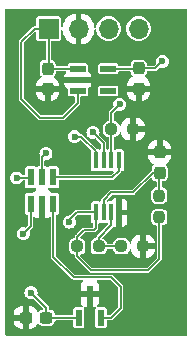
<source format=gbr>
%TF.GenerationSoftware,KiCad,Pcbnew,8.0.1*%
%TF.CreationDate,2025-01-22T19:33:39-07:00*%
%TF.ProjectId,TempSensor,54656d70-5365-46e7-936f-722e6b696361,rev?*%
%TF.SameCoordinates,Original*%
%TF.FileFunction,Copper,L1,Top*%
%TF.FilePolarity,Positive*%
%FSLAX46Y46*%
G04 Gerber Fmt 4.6, Leading zero omitted, Abs format (unit mm)*
G04 Created by KiCad (PCBNEW 8.0.1) date 2025-01-22 19:33:39*
%MOMM*%
%LPD*%
G01*
G04 APERTURE LIST*
G04 Aperture macros list*
%AMRoundRect*
0 Rectangle with rounded corners*
0 $1 Rounding radius*
0 $2 $3 $4 $5 $6 $7 $8 $9 X,Y pos of 4 corners*
0 Add a 4 corners polygon primitive as box body*
4,1,4,$2,$3,$4,$5,$6,$7,$8,$9,$2,$3,0*
0 Add four circle primitives for the rounded corners*
1,1,$1+$1,$2,$3*
1,1,$1+$1,$4,$5*
1,1,$1+$1,$6,$7*
1,1,$1+$1,$8,$9*
0 Add four rect primitives between the rounded corners*
20,1,$1+$1,$2,$3,$4,$5,0*
20,1,$1+$1,$4,$5,$6,$7,0*
20,1,$1+$1,$6,$7,$8,$9,0*
20,1,$1+$1,$8,$9,$2,$3,0*%
G04 Aperture macros list end*
%TA.AperFunction,SMDPad,CuDef*%
%ADD10R,0.558800X1.473200*%
%TD*%
%TA.AperFunction,SMDPad,CuDef*%
%ADD11RoundRect,0.237500X-0.237500X0.300000X-0.237500X-0.300000X0.237500X-0.300000X0.237500X0.300000X0*%
%TD*%
%TA.AperFunction,SMDPad,CuDef*%
%ADD12RoundRect,0.237500X-0.237500X0.250000X-0.237500X-0.250000X0.237500X-0.250000X0.237500X0.250000X0*%
%TD*%
%TA.AperFunction,ComponentPad*%
%ADD13R,1.700000X1.700000*%
%TD*%
%TA.AperFunction,ComponentPad*%
%ADD14O,1.700000X1.700000*%
%TD*%
%TA.AperFunction,SMDPad,CuDef*%
%ADD15R,1.320800X0.508000*%
%TD*%
%TA.AperFunction,SMDPad,CuDef*%
%ADD16RoundRect,0.237500X0.250000X0.237500X-0.250000X0.237500X-0.250000X-0.237500X0.250000X-0.237500X0*%
%TD*%
%TA.AperFunction,SMDPad,CuDef*%
%ADD17RoundRect,0.237500X0.237500X-0.300000X0.237500X0.300000X-0.237500X0.300000X-0.237500X-0.300000X0*%
%TD*%
%TA.AperFunction,SMDPad,CuDef*%
%ADD18RoundRect,0.237500X0.300000X0.237500X-0.300000X0.237500X-0.300000X-0.237500X0.300000X-0.237500X0*%
%TD*%
%TA.AperFunction,SMDPad,CuDef*%
%ADD19R,0.558800X1.320800*%
%TD*%
%TA.AperFunction,SMDPad,CuDef*%
%ADD20R,0.450000X1.450000*%
%TD*%
%TA.AperFunction,ViaPad*%
%ADD21C,0.600000*%
%TD*%
%TA.AperFunction,Conductor*%
%ADD22C,0.152400*%
%TD*%
%TA.AperFunction,Conductor*%
%ADD23C,0.200000*%
%TD*%
G04 APERTURE END LIST*
D10*
%TO.P,U3,1,B2*%
%TO.N,VDD_3.3V*%
X172589998Y-78480000D03*
%TO.P,U3,2,GND*%
%TO.N,GND*%
X173539999Y-78480000D03*
%TO.P,U3,3,B1*%
%TO.N,TEMP_OUT*%
X174490000Y-78480000D03*
%TO.P,U3,4,A*%
%TO.N,Net-(U3-A)*%
X174490000Y-76244800D03*
%TO.P,U3,5,VCC*%
%TO.N,VDD_3.3V*%
X173539999Y-76244800D03*
%TO.P,U3,6,S*%
%TO.N,SQ_Pulse*%
X172589998Y-76244800D03*
%TD*%
D11*
%TO.P,C1,1*%
%TO.N,VCC*%
X174020000Y-67040001D03*
%TO.P,C1,2*%
%TO.N,GND*%
X174020000Y-68765001D03*
%TD*%
D12*
%TO.P,R2,1*%
%TO.N,Net-(U4A--)*%
X183460000Y-77790000D03*
%TO.P,R2,2*%
%TO.N,SQ_Pulse*%
X183460000Y-79615000D03*
%TD*%
D13*
%TO.P,J2,1,Pin_1*%
%TO.N,VCC*%
X174090000Y-63660000D03*
D14*
%TO.P,J2,2,Pin_2*%
%TO.N,GND*%
X176630000Y-63660000D03*
%TO.P,J2,3,Pin_3*%
%TO.N,LED1*%
X179170000Y-63660000D03*
%TO.P,J2,4,Pin_4*%
%TO.N,LED2*%
X181710000Y-63660000D03*
%TD*%
D15*
%TO.P,U2,1,VIN*%
%TO.N,VCC*%
X176560000Y-67040000D03*
%TO.P,U2,2,GND*%
%TO.N,GND*%
X176560000Y-67990001D03*
%TO.P,U2,3,EN*%
%TO.N,VCC*%
X176560000Y-68940002D03*
%TO.P,U2,4,NC*%
%TO.N,unconnected-(U2-NC-Pad4)*%
X179150800Y-68940002D03*
%TO.P,U2,5,VOUT*%
%TO.N,VDD_3.3V*%
X179150800Y-67040000D03*
%TD*%
D16*
%TO.P,R3,1*%
%TO.N,Net-(U4A-+)*%
X178335000Y-82090000D03*
%TO.P,R3,2*%
%TO.N,SQ_Pulse*%
X176510000Y-82090000D03*
%TD*%
%TO.P,R4,1*%
%TO.N,GND*%
X182085000Y-82080000D03*
%TO.P,R4,2*%
%TO.N,Net-(U4A-+)*%
X180260000Y-82080000D03*
%TD*%
D17*
%TO.P,C3,1*%
%TO.N,Net-(U4A--)*%
X183500000Y-75845000D03*
%TO.P,C3,2*%
%TO.N,GND*%
X183500000Y-74120000D03*
%TD*%
D11*
%TO.P,C2,1*%
%TO.N,VDD_3.3V*%
X181720000Y-67030001D03*
%TO.P,C2,2*%
%TO.N,GND*%
X181720000Y-68755001D03*
%TD*%
D18*
%TO.P,C4,1*%
%TO.N,VDD_3.3V*%
X173900000Y-88130000D03*
%TO.P,C4,2*%
%TO.N,GND*%
X172175000Y-88130000D03*
%TD*%
D19*
%TO.P,U1,1,VDD*%
%TO.N,VDD_3.3V*%
X176630040Y-88122000D03*
%TO.P,U1,2,VOUT*%
%TO.N,TEMP_OUT*%
X178529960Y-88122000D03*
%TO.P,U1,3,GND*%
%TO.N,GND*%
X177580000Y-86090000D03*
%TD*%
D16*
%TO.P,R1,1*%
%TO.N,GND*%
X181245000Y-72160000D03*
%TO.P,R1,2*%
%TO.N,LED2*%
X179420000Y-72160000D03*
%TD*%
D20*
%TO.P,U4,1*%
%TO.N,SQ_Pulse*%
X178100000Y-79210000D03*
%TO.P,U4,2,-*%
%TO.N,Net-(U4A--)*%
X178750000Y-79210000D03*
%TO.P,U4,3,+*%
%TO.N,Net-(U4A-+)*%
X179400000Y-79210000D03*
%TO.P,U4,4,V-*%
%TO.N,GND*%
X180050000Y-79210000D03*
%TO.P,U4,5,+*%
%TO.N,Net-(U3-A)*%
X180050000Y-74810000D03*
%TO.P,U4,6,-*%
%TO.N,LED2*%
X179400000Y-74810000D03*
%TO.P,U4,7*%
%TO.N,LED1*%
X178750000Y-74810000D03*
%TO.P,U4,8,V+*%
%TO.N,VDD_3.3V*%
X178100000Y-74810000D03*
%TD*%
D21*
%TO.N,VDD_3.3V*%
X183730000Y-66420000D03*
X172610000Y-86000000D03*
X176300000Y-72800000D03*
X173870000Y-74210000D03*
X171960000Y-81020000D03*
%TO.N,SQ_Pulse*%
X171400000Y-76290000D03*
X175850000Y-80030000D03*
%TO.N,LED1*%
X177850000Y-72430000D03*
%TO.N,LED2*%
X180120000Y-70070000D03*
%TD*%
D22*
%TO.N,GND*%
X173539999Y-84709999D02*
X174920000Y-86090000D01*
X174920000Y-86090000D02*
X177580000Y-86090000D01*
X173539999Y-78480000D02*
X173539999Y-84709999D01*
%TO.N,VDD_3.3V*%
X178100000Y-74040000D02*
X178100000Y-74810000D01*
D23*
X173908000Y-88122000D02*
X173900000Y-88130000D01*
D22*
X172589998Y-80390002D02*
X171960000Y-81020000D01*
X173539999Y-76244800D02*
X173539999Y-74540001D01*
D23*
X173900000Y-88130000D02*
X173900000Y-87290000D01*
D22*
X179150800Y-67040000D02*
X181710001Y-67040000D01*
X172589998Y-78480000D02*
X172589998Y-80390002D01*
X181710001Y-67040000D02*
X181720000Y-67030001D01*
X183119999Y-67030001D02*
X183730000Y-66420000D01*
D23*
X173900000Y-87290000D02*
X172610000Y-86000000D01*
D22*
X176860000Y-72800000D02*
X178100000Y-74040000D01*
D23*
X176630040Y-88122000D02*
X173908000Y-88122000D01*
D22*
X176300000Y-72800000D02*
X176860000Y-72800000D01*
X173539999Y-74540001D02*
X173870000Y-74210000D01*
X181720000Y-67030001D02*
X183119999Y-67030001D01*
%TO.N,Net-(U4A--)*%
X183460000Y-75885000D02*
X183500000Y-75845000D01*
X183460000Y-77790000D02*
X183460000Y-75885000D01*
X178750000Y-79210000D02*
X178750000Y-78150000D01*
X182925000Y-75845000D02*
X183500000Y-75845000D01*
X178750000Y-78150000D02*
X179390000Y-77510000D01*
X181260000Y-77510000D02*
X182925000Y-75845000D01*
X179390000Y-77510000D02*
X181260000Y-77510000D01*
%TO.N,SQ_Pulse*%
X177060000Y-80710000D02*
X177910000Y-80710000D01*
X176470000Y-79210000D02*
X175850000Y-79830000D01*
X177910000Y-80710000D02*
X178100000Y-80520000D01*
X172544798Y-76290000D02*
X172589998Y-76244800D01*
X178100000Y-80520000D02*
X178100000Y-79210000D01*
X183460000Y-83150000D02*
X182490000Y-84120000D01*
X176510000Y-82910000D02*
X176510000Y-82090000D01*
X176660000Y-79210000D02*
X178100000Y-79210000D01*
X171400000Y-76290000D02*
X172544798Y-76290000D01*
X176660000Y-79210000D02*
X176470000Y-79210000D01*
X176510000Y-81260000D02*
X177060000Y-80710000D01*
X176510000Y-82090000D02*
X176510000Y-81260000D01*
X182490000Y-84120000D02*
X177720000Y-84120000D01*
X183460000Y-79615000D02*
X183460000Y-83150000D01*
X177720000Y-84120000D02*
X176510000Y-82910000D01*
X175850000Y-79830000D02*
X175850000Y-80030000D01*
%TO.N,Net-(U4A-+)*%
X180250000Y-82090000D02*
X180260000Y-82080000D01*
X178335000Y-81345000D02*
X179400000Y-80280000D01*
X179400000Y-80280000D02*
X179400000Y-79210000D01*
X178335000Y-82090000D02*
X180250000Y-82090000D01*
X178335000Y-82090000D02*
X178335000Y-81345000D01*
%TO.N,TEMP_OUT*%
X179398000Y-88122000D02*
X180210000Y-87310000D01*
X180210000Y-85510000D02*
X179410000Y-84710000D01*
X179410000Y-84710000D02*
X176230000Y-84710000D01*
X178529960Y-88122000D02*
X178609960Y-88042000D01*
X180210000Y-87310000D02*
X180210000Y-85510000D01*
X176230000Y-84710000D02*
X174490000Y-82970000D01*
X178529960Y-88122000D02*
X179398000Y-88122000D01*
X174490000Y-82970000D02*
X174490000Y-78480000D01*
%TO.N,Net-(U3-A)*%
X180050000Y-75687400D02*
X180050000Y-74810000D01*
X179492600Y-76244800D02*
X180050000Y-75687400D01*
X174490000Y-76244800D02*
X179492600Y-76244800D01*
%TO.N,VCC*%
X174020000Y-67040001D02*
X176560000Y-67040000D01*
X174020000Y-66930000D02*
X174090000Y-66860000D01*
X171770000Y-64800000D02*
X172910000Y-63660000D01*
X173390000Y-71200000D02*
X171770000Y-69580000D01*
X176560000Y-69920000D02*
X175280000Y-71200000D01*
X172910000Y-63660000D02*
X174090000Y-63660000D01*
X176560000Y-68940002D02*
X176560000Y-69920000D01*
X174090000Y-66860000D02*
X174090000Y-63660000D01*
X171770000Y-69580000D02*
X171770000Y-64800000D01*
X174020000Y-67040001D02*
X174020000Y-66930000D01*
X175280000Y-71200000D02*
X173390000Y-71200000D01*
%TO.N,LED1*%
X178750000Y-73330000D02*
X177850000Y-72430000D01*
X178750000Y-74810000D02*
X178750000Y-73330000D01*
%TO.N,LED2*%
X179400000Y-74810000D02*
X179400000Y-72180000D01*
X179400000Y-72180000D02*
X179420000Y-72160000D01*
X179420000Y-70770000D02*
X180120000Y-70070000D01*
X179420000Y-72160000D02*
X179420000Y-70770000D01*
%TD*%
%TA.AperFunction,Conductor*%
%TO.N,GND*%
G36*
X185777638Y-61978093D02*
G01*
X185803358Y-62022642D01*
X185804500Y-62035700D01*
X185804500Y-89594300D01*
X185786907Y-89642638D01*
X185742358Y-89668358D01*
X185729300Y-89669500D01*
X170520700Y-89669500D01*
X170472362Y-89651907D01*
X170446642Y-89607358D01*
X170445500Y-89594300D01*
X170445500Y-88380000D01*
X171137501Y-88380000D01*
X171137501Y-88416641D01*
X171147820Y-88517655D01*
X171202048Y-88681305D01*
X171292552Y-88828034D01*
X171292555Y-88828038D01*
X171414461Y-88949944D01*
X171414465Y-88949947D01*
X171561195Y-89040451D01*
X171561194Y-89040451D01*
X171724847Y-89094679D01*
X171724849Y-89094680D01*
X171825858Y-89104999D01*
X171925000Y-89104999D01*
X171925000Y-88380000D01*
X171137501Y-88380000D01*
X170445500Y-88380000D01*
X170445500Y-87880000D01*
X171137500Y-87880000D01*
X171925000Y-87880000D01*
X171925000Y-87155000D01*
X171825859Y-87155000D01*
X171724844Y-87165320D01*
X171561194Y-87219548D01*
X171414465Y-87310052D01*
X171414461Y-87310055D01*
X171292555Y-87431961D01*
X171292552Y-87431965D01*
X171202048Y-87578694D01*
X171147820Y-87742347D01*
X171147819Y-87742349D01*
X171137500Y-87843359D01*
X171137500Y-87880000D01*
X170445500Y-87880000D01*
X170445500Y-86000000D01*
X172054750Y-86000000D01*
X172073670Y-86143709D01*
X172073671Y-86143711D01*
X172129139Y-86277626D01*
X172217378Y-86392621D01*
X172332373Y-86480860D01*
X172332374Y-86480860D01*
X172332375Y-86480861D01*
X172466291Y-86536330D01*
X172610000Y-86555250D01*
X172753709Y-86536330D01*
X172757405Y-86534798D01*
X172808794Y-86532549D01*
X172839364Y-86551097D01*
X173614393Y-87326126D01*
X173636133Y-87372746D01*
X173622819Y-87422433D01*
X173580682Y-87451938D01*
X173561219Y-87454500D01*
X173547235Y-87454500D01*
X173517657Y-87457274D01*
X173517653Y-87457274D01*
X173517651Y-87457275D01*
X173517648Y-87457275D01*
X173517648Y-87457276D01*
X173393027Y-87500882D01*
X173393024Y-87500884D01*
X173286789Y-87579289D01*
X173277041Y-87592497D01*
X173234181Y-87620940D01*
X173183064Y-87615179D01*
X173150793Y-87582090D01*
X173150252Y-87582425D01*
X173148759Y-87580004D01*
X173148382Y-87579618D01*
X173147952Y-87578697D01*
X173057447Y-87431965D01*
X173057444Y-87431961D01*
X172935538Y-87310055D01*
X172935534Y-87310052D01*
X172788804Y-87219548D01*
X172788805Y-87219548D01*
X172625152Y-87165320D01*
X172625150Y-87165319D01*
X172524141Y-87155000D01*
X172425000Y-87155000D01*
X172425000Y-89104999D01*
X172524141Y-89104999D01*
X172625155Y-89094679D01*
X172788805Y-89040451D01*
X172935534Y-88949947D01*
X172935538Y-88949944D01*
X173057444Y-88828038D01*
X173057447Y-88828034D01*
X173147948Y-88681309D01*
X173148379Y-88680386D01*
X173148742Y-88680022D01*
X173150252Y-88677575D01*
X173150831Y-88677932D01*
X173184749Y-88644009D01*
X173235992Y-88639520D01*
X173277042Y-88667504D01*
X173284474Y-88677575D01*
X173286789Y-88680711D01*
X173287600Y-88681309D01*
X173393024Y-88759115D01*
X173393027Y-88759117D01*
X173422942Y-88769584D01*
X173517651Y-88802725D01*
X173547235Y-88805499D01*
X173547238Y-88805500D01*
X173547244Y-88805500D01*
X174252762Y-88805500D01*
X174252763Y-88805499D01*
X174282349Y-88802725D01*
X174406975Y-88759116D01*
X174513211Y-88680711D01*
X174591616Y-88574475D01*
X174635225Y-88449849D01*
X174636636Y-88434800D01*
X174638165Y-88418504D01*
X174639033Y-88418585D01*
X174657812Y-88373699D01*
X174703524Y-88350109D01*
X174713075Y-88349500D01*
X176074940Y-88349500D01*
X176123278Y-88367093D01*
X176148998Y-88411642D01*
X176150140Y-88424700D01*
X176150140Y-88802148D01*
X176161772Y-88860629D01*
X176161773Y-88860631D01*
X176206088Y-88926952D01*
X176272409Y-88971267D01*
X176301650Y-88977083D01*
X176330891Y-88982900D01*
X176330892Y-88982900D01*
X176929189Y-88982900D01*
X176948682Y-88979022D01*
X176987671Y-88971267D01*
X177053992Y-88926952D01*
X177098307Y-88860631D01*
X177109940Y-88802148D01*
X177109940Y-87441852D01*
X177108956Y-87436907D01*
X177098307Y-87383370D01*
X177098306Y-87383368D01*
X177095588Y-87379300D01*
X177072129Y-87344192D01*
X177059903Y-87294228D01*
X177082654Y-87248093D01*
X177129737Y-87227375D01*
X177160936Y-87231955D01*
X177193222Y-87243997D01*
X177193225Y-87243998D01*
X177252768Y-87250399D01*
X177252780Y-87250400D01*
X177330000Y-87250400D01*
X177330000Y-86340000D01*
X176800600Y-86340000D01*
X176800600Y-86798231D01*
X176807001Y-86857774D01*
X176807002Y-86857777D01*
X176857248Y-86992490D01*
X176857249Y-86992492D01*
X176943409Y-87107587D01*
X176967604Y-87125700D01*
X176995756Y-87168752D01*
X176989648Y-87219828D01*
X176952138Y-87255029D01*
X176922537Y-87261100D01*
X176330891Y-87261100D01*
X176272410Y-87272732D01*
X176272408Y-87272733D01*
X176206088Y-87317048D01*
X176161773Y-87383368D01*
X176161772Y-87383370D01*
X176150140Y-87441851D01*
X176150140Y-87819300D01*
X176132547Y-87867638D01*
X176087998Y-87893358D01*
X176074940Y-87894500D01*
X174711613Y-87894500D01*
X174663275Y-87876907D01*
X174637555Y-87832358D01*
X174636742Y-87826323D01*
X174636016Y-87818586D01*
X174635225Y-87810151D01*
X174591616Y-87685525D01*
X174513211Y-87579289D01*
X174406975Y-87500884D01*
X174406972Y-87500882D01*
X174312266Y-87467743D01*
X174282349Y-87457275D01*
X174282344Y-87457274D01*
X174282342Y-87457274D01*
X174252764Y-87454500D01*
X174252756Y-87454500D01*
X174202700Y-87454500D01*
X174154362Y-87436907D01*
X174128642Y-87392358D01*
X174127500Y-87379300D01*
X174127500Y-87244748D01*
X174127500Y-87244747D01*
X174092865Y-87161132D01*
X174028868Y-87097135D01*
X173161097Y-86229364D01*
X173139357Y-86182744D01*
X173144798Y-86147406D01*
X173146330Y-86143709D01*
X173165250Y-86000000D01*
X173146330Y-85856291D01*
X173090861Y-85722375D01*
X173090860Y-85722374D01*
X173090860Y-85722373D01*
X173002621Y-85607378D01*
X172887626Y-85519139D01*
X172753711Y-85463671D01*
X172753709Y-85463670D01*
X172610000Y-85444750D01*
X172466291Y-85463670D01*
X172466288Y-85463670D01*
X172466288Y-85463671D01*
X172332373Y-85519139D01*
X172217378Y-85607378D01*
X172129139Y-85722373D01*
X172080418Y-85840000D01*
X172073670Y-85856291D01*
X172054750Y-86000000D01*
X170445500Y-86000000D01*
X170445500Y-76290000D01*
X170844750Y-76290000D01*
X170863670Y-76433709D01*
X170873819Y-76458211D01*
X170919139Y-76567626D01*
X171007378Y-76682621D01*
X171122373Y-76770860D01*
X171122374Y-76770860D01*
X171122375Y-76770861D01*
X171256291Y-76826330D01*
X171400000Y-76845250D01*
X171543709Y-76826330D01*
X171677625Y-76770861D01*
X171792621Y-76682621D01*
X171880861Y-76567625D01*
X171892253Y-76540122D01*
X171927005Y-76502197D01*
X171961729Y-76493700D01*
X172034898Y-76493700D01*
X172083236Y-76511293D01*
X172108956Y-76555842D01*
X172110098Y-76568900D01*
X172110098Y-77001148D01*
X172121730Y-77059629D01*
X172121731Y-77059631D01*
X172166046Y-77125952D01*
X172232367Y-77170267D01*
X172261608Y-77176083D01*
X172290849Y-77181900D01*
X172290850Y-77181900D01*
X172889147Y-77181900D01*
X172954893Y-77168822D01*
X172955579Y-77172273D01*
X172992625Y-77170619D01*
X173033467Y-77201893D01*
X173044650Y-77252102D01*
X173020944Y-77297753D01*
X173015150Y-77302561D01*
X172903409Y-77386210D01*
X172817245Y-77501310D01*
X172815918Y-77503742D01*
X172814473Y-77505013D01*
X172814022Y-77505617D01*
X172813895Y-77505522D01*
X172777310Y-77537734D01*
X172749918Y-77542900D01*
X172290849Y-77542900D01*
X172232368Y-77554532D01*
X172232366Y-77554533D01*
X172166046Y-77598848D01*
X172121731Y-77665168D01*
X172121730Y-77665170D01*
X172110098Y-77723651D01*
X172110098Y-79236348D01*
X172121730Y-79294829D01*
X172121731Y-79294831D01*
X172166046Y-79361152D01*
X172232367Y-79405467D01*
X172261608Y-79411283D01*
X172290849Y-79417100D01*
X172290850Y-79417100D01*
X172311098Y-79417100D01*
X172359436Y-79434693D01*
X172385156Y-79479242D01*
X172386298Y-79492300D01*
X172386298Y-80274477D01*
X172368705Y-80322815D01*
X172364272Y-80327652D01*
X172213163Y-80478760D01*
X172166543Y-80500499D01*
X172131213Y-80495062D01*
X172103710Y-80483670D01*
X171960000Y-80464750D01*
X171816291Y-80483670D01*
X171816288Y-80483670D01*
X171816288Y-80483671D01*
X171682373Y-80539139D01*
X171567378Y-80627378D01*
X171479139Y-80742373D01*
X171435063Y-80848785D01*
X171423670Y-80876291D01*
X171404750Y-81020000D01*
X171423670Y-81163709D01*
X171439918Y-81202936D01*
X171479139Y-81297626D01*
X171567378Y-81412621D01*
X171682373Y-81500860D01*
X171682374Y-81500860D01*
X171682375Y-81500861D01*
X171816291Y-81556330D01*
X171960000Y-81575250D01*
X172103709Y-81556330D01*
X172237625Y-81500861D01*
X172352621Y-81412621D01*
X172440861Y-81297625D01*
X172496330Y-81163709D01*
X172515250Y-81020000D01*
X172496330Y-80876291D01*
X172484937Y-80848785D01*
X172482694Y-80797394D01*
X172501237Y-80766836D01*
X172705383Y-80562691D01*
X172705385Y-80562691D01*
X172762687Y-80505389D01*
X172784516Y-80452689D01*
X172793699Y-80430520D01*
X172793699Y-80349483D01*
X172793699Y-80343428D01*
X172793698Y-80343414D01*
X172793698Y-79641890D01*
X172811291Y-79593552D01*
X172855840Y-79567832D01*
X172906498Y-79576765D01*
X172913964Y-79581690D01*
X173018506Y-79659950D01*
X173018508Y-79659951D01*
X173153221Y-79710197D01*
X173153224Y-79710198D01*
X173212767Y-79716599D01*
X173212779Y-79716600D01*
X173289999Y-79716600D01*
X173289999Y-78305200D01*
X173307592Y-78256862D01*
X173352141Y-78231142D01*
X173365199Y-78230000D01*
X173714799Y-78230000D01*
X173763137Y-78247593D01*
X173788857Y-78292142D01*
X173789999Y-78305200D01*
X173789999Y-79716600D01*
X173867219Y-79716600D01*
X173867230Y-79716599D01*
X173926773Y-79710198D01*
X173926776Y-79710197D01*
X174061489Y-79659951D01*
X174061491Y-79659950D01*
X174166034Y-79581690D01*
X174215273Y-79566806D01*
X174262560Y-79587055D01*
X174285768Y-79632962D01*
X174286300Y-79641890D01*
X174286300Y-83010519D01*
X174317311Y-83085387D01*
X174374613Y-83142689D01*
X174374614Y-83142689D01*
X174385190Y-83153265D01*
X176053018Y-84821093D01*
X176053031Y-84821108D01*
X176114611Y-84882688D01*
X176114613Y-84882689D01*
X176145624Y-84895534D01*
X176145629Y-84895535D01*
X176189482Y-84913701D01*
X176279271Y-84913701D01*
X176279279Y-84913700D01*
X176929484Y-84913700D01*
X176977822Y-84931293D01*
X177003542Y-84975842D01*
X176994609Y-85026500D01*
X176974550Y-85049101D01*
X176943408Y-85072413D01*
X176857249Y-85187507D01*
X176857248Y-85187509D01*
X176807002Y-85322222D01*
X176807001Y-85322225D01*
X176800600Y-85381768D01*
X176800600Y-85840000D01*
X178359400Y-85840000D01*
X178359400Y-85381780D01*
X178359399Y-85381768D01*
X178352998Y-85322225D01*
X178352997Y-85322222D01*
X178302751Y-85187509D01*
X178302750Y-85187507D01*
X178216591Y-85072413D01*
X178185450Y-85049101D01*
X178157297Y-85006048D01*
X178163404Y-84954972D01*
X178200914Y-84919772D01*
X178230516Y-84913700D01*
X179294477Y-84913700D01*
X179342815Y-84931293D01*
X179347651Y-84935726D01*
X179984274Y-85572349D01*
X180006014Y-85618969D01*
X180006300Y-85625523D01*
X180006300Y-87194476D01*
X179988707Y-87242814D01*
X179984274Y-87247650D01*
X179335651Y-87896274D01*
X179289031Y-87918014D01*
X179282477Y-87918300D01*
X179085060Y-87918300D01*
X179036722Y-87900707D01*
X179011002Y-87856158D01*
X179009860Y-87843100D01*
X179009860Y-87441851D01*
X178998227Y-87383370D01*
X178998226Y-87383368D01*
X178995508Y-87379300D01*
X178953912Y-87317048D01*
X178887591Y-87272733D01*
X178887589Y-87272732D01*
X178829109Y-87261100D01*
X178829108Y-87261100D01*
X178237463Y-87261100D01*
X178189125Y-87243507D01*
X178163405Y-87198958D01*
X178172338Y-87148300D01*
X178192396Y-87125700D01*
X178216590Y-87107587D01*
X178302750Y-86992492D01*
X178302751Y-86992490D01*
X178352997Y-86857777D01*
X178352998Y-86857774D01*
X178359399Y-86798231D01*
X178359400Y-86798220D01*
X178359400Y-86340000D01*
X177830000Y-86340000D01*
X177830000Y-87250400D01*
X177907220Y-87250400D01*
X177907231Y-87250399D01*
X177966774Y-87243998D01*
X177966781Y-87243996D01*
X177999062Y-87231956D01*
X178050501Y-87231547D01*
X178090167Y-87264298D01*
X178099502Y-87314884D01*
X178087870Y-87344193D01*
X178061693Y-87383369D01*
X178061692Y-87383370D01*
X178050060Y-87441851D01*
X178050060Y-88802148D01*
X178061692Y-88860629D01*
X178061693Y-88860631D01*
X178106008Y-88926952D01*
X178172329Y-88971267D01*
X178201570Y-88977083D01*
X178230811Y-88982900D01*
X178230812Y-88982900D01*
X178829109Y-88982900D01*
X178848602Y-88979022D01*
X178887591Y-88971267D01*
X178953912Y-88926952D01*
X178998227Y-88860631D01*
X179009860Y-88802148D01*
X179009860Y-88400900D01*
X179027453Y-88352562D01*
X179072002Y-88326842D01*
X179085060Y-88325700D01*
X179438517Y-88325700D01*
X179438519Y-88325700D01*
X179513387Y-88294689D01*
X179570689Y-88237387D01*
X179570689Y-88237385D01*
X180382689Y-87425387D01*
X180413700Y-87350519D01*
X180413700Y-87269482D01*
X180413700Y-85559279D01*
X180413701Y-85559270D01*
X180413701Y-85469480D01*
X180413700Y-85469479D01*
X180386790Y-85404515D01*
X180386789Y-85404513D01*
X180382689Y-85394614D01*
X180382689Y-85394613D01*
X180325387Y-85337311D01*
X180325386Y-85337310D01*
X180321100Y-85333024D01*
X180321093Y-85333018D01*
X179593266Y-84605191D01*
X179593265Y-84605189D01*
X179593265Y-84605190D01*
X179582689Y-84594613D01*
X179525387Y-84537311D01*
X179450519Y-84506300D01*
X179450518Y-84506300D01*
X176345523Y-84506300D01*
X176297185Y-84488707D01*
X176292349Y-84484274D01*
X174715726Y-82907651D01*
X174693986Y-82861031D01*
X174693700Y-82854477D01*
X174693700Y-80030000D01*
X175294750Y-80030000D01*
X175313670Y-80173709D01*
X175315071Y-80177092D01*
X175369139Y-80307626D01*
X175457378Y-80422621D01*
X175572373Y-80510860D01*
X175572374Y-80510860D01*
X175572375Y-80510861D01*
X175706291Y-80566330D01*
X175850000Y-80585250D01*
X175993709Y-80566330D01*
X176127625Y-80510861D01*
X176242621Y-80422621D01*
X176330861Y-80307625D01*
X176386330Y-80173709D01*
X176405250Y-80030000D01*
X176386330Y-79886291D01*
X176330861Y-79752375D01*
X176330860Y-79752374D01*
X176330860Y-79752373D01*
X176321009Y-79739535D01*
X176305540Y-79690476D01*
X176325224Y-79642952D01*
X176327467Y-79640607D01*
X176532351Y-79435725D01*
X176578971Y-79413986D01*
X176585525Y-79413700D01*
X176619481Y-79413700D01*
X177599300Y-79413700D01*
X177647638Y-79431293D01*
X177673358Y-79475842D01*
X177674500Y-79488900D01*
X177674500Y-79954748D01*
X177686132Y-80013229D01*
X177686133Y-80013231D01*
X177730448Y-80079552D01*
X177796769Y-80123867D01*
X177801651Y-80124838D01*
X177835771Y-80131625D01*
X177879747Y-80158311D01*
X177896300Y-80205380D01*
X177896300Y-80404477D01*
X177878707Y-80452815D01*
X177874274Y-80457651D01*
X177847651Y-80484274D01*
X177801031Y-80506014D01*
X177794477Y-80506300D01*
X177100518Y-80506300D01*
X177019481Y-80506300D01*
X176944613Y-80537311D01*
X176944612Y-80537312D01*
X176944607Y-80537315D01*
X176461924Y-81020000D01*
X176394614Y-81087310D01*
X176394613Y-81087311D01*
X176376925Y-81104999D01*
X176337313Y-81144610D01*
X176337312Y-81144612D01*
X176337311Y-81144613D01*
X176325838Y-81172312D01*
X176306300Y-81219482D01*
X176306300Y-81339300D01*
X176288707Y-81387638D01*
X176244158Y-81413358D01*
X176231100Y-81414500D01*
X176207235Y-81414500D01*
X176177657Y-81417274D01*
X176177653Y-81417274D01*
X176177651Y-81417275D01*
X176177648Y-81417275D01*
X176177648Y-81417276D01*
X176053027Y-81460882D01*
X176053024Y-81460884D01*
X175946789Y-81539289D01*
X175868384Y-81645524D01*
X175868382Y-81645527D01*
X175824776Y-81770148D01*
X175824774Y-81770157D01*
X175822000Y-81799735D01*
X175822000Y-82380264D01*
X175823837Y-82399849D01*
X175824775Y-82409849D01*
X175824776Y-82409851D01*
X175868382Y-82534472D01*
X175868384Y-82534475D01*
X175946789Y-82640711D01*
X176039477Y-82709117D01*
X176053024Y-82719115D01*
X176053027Y-82719117D01*
X176082942Y-82729584D01*
X176177651Y-82762725D01*
X176207235Y-82765499D01*
X176207238Y-82765500D01*
X176207244Y-82765500D01*
X176231100Y-82765500D01*
X176279438Y-82783093D01*
X176305158Y-82827642D01*
X176306300Y-82840700D01*
X176306300Y-82950519D01*
X176337311Y-83025387D01*
X176394613Y-83082689D01*
X176394614Y-83082689D01*
X176405190Y-83093265D01*
X176405191Y-83093266D01*
X177604607Y-84292684D01*
X177604609Y-84292685D01*
X177604613Y-84292689D01*
X177679481Y-84323700D01*
X177679482Y-84323700D01*
X182530517Y-84323700D01*
X182530519Y-84323700D01*
X182605387Y-84292689D01*
X182662689Y-84235387D01*
X182662689Y-84235385D01*
X183632689Y-83265387D01*
X183663700Y-83190519D01*
X183663700Y-83109481D01*
X183663700Y-80378200D01*
X183681293Y-80329862D01*
X183725842Y-80304142D01*
X183738900Y-80303000D01*
X183750262Y-80303000D01*
X183750263Y-80302999D01*
X183779849Y-80300225D01*
X183904475Y-80256616D01*
X184010711Y-80178211D01*
X184089116Y-80071975D01*
X184132725Y-79947349D01*
X184135499Y-79917763D01*
X184135500Y-79917762D01*
X184135500Y-79312238D01*
X184135499Y-79312235D01*
X184133867Y-79294829D01*
X184132725Y-79282651D01*
X184089116Y-79158025D01*
X184010711Y-79051789D01*
X183904475Y-78973384D01*
X183904472Y-78973382D01*
X183809766Y-78940243D01*
X183779849Y-78929775D01*
X183779844Y-78929774D01*
X183779842Y-78929774D01*
X183750264Y-78927000D01*
X183750256Y-78927000D01*
X183169744Y-78927000D01*
X183169735Y-78927000D01*
X183140157Y-78929774D01*
X183140153Y-78929774D01*
X183140151Y-78929775D01*
X183140148Y-78929775D01*
X183140148Y-78929776D01*
X183015527Y-78973382D01*
X183015524Y-78973384D01*
X182909289Y-79051789D01*
X182830884Y-79158024D01*
X182830882Y-79158027D01*
X182787276Y-79282648D01*
X182787274Y-79282657D01*
X182784500Y-79312235D01*
X182784500Y-79917764D01*
X182787274Y-79947342D01*
X182787275Y-79947349D01*
X182792932Y-79963515D01*
X182830882Y-80071972D01*
X182830884Y-80071975D01*
X182909289Y-80178211D01*
X183008955Y-80251767D01*
X183015524Y-80256615D01*
X183015527Y-80256617D01*
X183045442Y-80267084D01*
X183140151Y-80300225D01*
X183169735Y-80302999D01*
X183169738Y-80303000D01*
X183169744Y-80303000D01*
X183181100Y-80303000D01*
X183229438Y-80320593D01*
X183255158Y-80365142D01*
X183256300Y-80378200D01*
X183256300Y-83034476D01*
X183238707Y-83082814D01*
X183234274Y-83087650D01*
X182427651Y-83894274D01*
X182381031Y-83916014D01*
X182374477Y-83916300D01*
X177835524Y-83916300D01*
X177787186Y-83898707D01*
X177782350Y-83894274D01*
X176780333Y-82892257D01*
X176758593Y-82845637D01*
X176771907Y-82795950D01*
X176814044Y-82766445D01*
X176826474Y-82764213D01*
X176842349Y-82762725D01*
X176966975Y-82719116D01*
X177073211Y-82640711D01*
X177151616Y-82534475D01*
X177195225Y-82409849D01*
X177197999Y-82380263D01*
X177198000Y-82380262D01*
X177198000Y-81799738D01*
X177197999Y-81799735D01*
X177197061Y-81789735D01*
X177195225Y-81770151D01*
X177151616Y-81645525D01*
X177073211Y-81539289D01*
X176966975Y-81460884D01*
X176966972Y-81460882D01*
X176868972Y-81426591D01*
X176842349Y-81417275D01*
X176842344Y-81417274D01*
X176842342Y-81417274D01*
X176817341Y-81414929D01*
X176770858Y-81392898D01*
X176749411Y-81346143D01*
X176763035Y-81296540D01*
X176771178Y-81286896D01*
X177122351Y-80935724D01*
X177168970Y-80913986D01*
X177175524Y-80913700D01*
X177950517Y-80913700D01*
X177950519Y-80913700D01*
X178025387Y-80882689D01*
X178082689Y-80825387D01*
X178082689Y-80825386D01*
X178093265Y-80814810D01*
X178093266Y-80814808D01*
X178215385Y-80692689D01*
X178215387Y-80692689D01*
X178272689Y-80635387D01*
X178293456Y-80585250D01*
X178303701Y-80560518D01*
X178303701Y-80479481D01*
X178303701Y-80473426D01*
X178303700Y-80473412D01*
X178303700Y-80205380D01*
X178321293Y-80157042D01*
X178364229Y-80131625D01*
X178410329Y-80122455D01*
X178439671Y-80122455D01*
X178505251Y-80135500D01*
X178505252Y-80135500D01*
X178994749Y-80135500D01*
X179060329Y-80122455D01*
X179089669Y-80122455D01*
X179101651Y-80124838D01*
X179145628Y-80151522D01*
X179162164Y-80200231D01*
X179143522Y-80248174D01*
X179140156Y-80251767D01*
X178649551Y-80742373D01*
X178219614Y-81172310D01*
X178219613Y-81172311D01*
X178190963Y-81200961D01*
X178162313Y-81229610D01*
X178162312Y-81229612D01*
X178162311Y-81229613D01*
X178132147Y-81302437D01*
X178131300Y-81304482D01*
X178131300Y-81339300D01*
X178113707Y-81387638D01*
X178069158Y-81413358D01*
X178056100Y-81414500D01*
X178032235Y-81414500D01*
X178002657Y-81417274D01*
X178002653Y-81417274D01*
X178002651Y-81417275D01*
X178002648Y-81417275D01*
X178002648Y-81417276D01*
X177878027Y-81460882D01*
X177878024Y-81460884D01*
X177771789Y-81539289D01*
X177693384Y-81645524D01*
X177693382Y-81645527D01*
X177649776Y-81770148D01*
X177649774Y-81770157D01*
X177647000Y-81799735D01*
X177647000Y-82380264D01*
X177648837Y-82399849D01*
X177649775Y-82409849D01*
X177649776Y-82409851D01*
X177693382Y-82534472D01*
X177693384Y-82534475D01*
X177771789Y-82640711D01*
X177864477Y-82709117D01*
X177878024Y-82719115D01*
X177878027Y-82719117D01*
X177907942Y-82729584D01*
X178002651Y-82762725D01*
X178032235Y-82765499D01*
X178032238Y-82765500D01*
X178032244Y-82765500D01*
X178637762Y-82765500D01*
X178637763Y-82765499D01*
X178667349Y-82762725D01*
X178791975Y-82719116D01*
X178898211Y-82640711D01*
X178976616Y-82534475D01*
X179020225Y-82409849D01*
X179022999Y-82380263D01*
X179023000Y-82380262D01*
X179023000Y-82368900D01*
X179040593Y-82320562D01*
X179085142Y-82294842D01*
X179098200Y-82293700D01*
X179496800Y-82293700D01*
X179545138Y-82311293D01*
X179570858Y-82355842D01*
X179572000Y-82368900D01*
X179572000Y-82370264D01*
X179572938Y-82380262D01*
X179574775Y-82399849D01*
X179574776Y-82399851D01*
X179618382Y-82524472D01*
X179618384Y-82524475D01*
X179696789Y-82630711D01*
X179803024Y-82709115D01*
X179803027Y-82709117D01*
X179831600Y-82719115D01*
X179927651Y-82752725D01*
X179957235Y-82755499D01*
X179957238Y-82755500D01*
X179957244Y-82755500D01*
X180562762Y-82755500D01*
X180562763Y-82755499D01*
X180592349Y-82752725D01*
X180716975Y-82709116D01*
X180823211Y-82630711D01*
X180901616Y-82524475D01*
X180945225Y-82399849D01*
X180947062Y-82380256D01*
X180948060Y-82369621D01*
X180970089Y-82323138D01*
X181016845Y-82301690D01*
X181066448Y-82315313D01*
X181095689Y-82357634D01*
X181097742Y-82369001D01*
X181107820Y-82467655D01*
X181162048Y-82631305D01*
X181252552Y-82778034D01*
X181252555Y-82778038D01*
X181374461Y-82899944D01*
X181374465Y-82899947D01*
X181521195Y-82990451D01*
X181521194Y-82990451D01*
X181684847Y-83044679D01*
X181684849Y-83044680D01*
X181785858Y-83054999D01*
X181834999Y-83054998D01*
X181835000Y-83054998D01*
X181835000Y-82330000D01*
X182335000Y-82330000D01*
X182335000Y-83054999D01*
X182384141Y-83054999D01*
X182485155Y-83044679D01*
X182648805Y-82990451D01*
X182795534Y-82899947D01*
X182795538Y-82899944D01*
X182917444Y-82778038D01*
X182917447Y-82778034D01*
X183007951Y-82631305D01*
X183062179Y-82467652D01*
X183062180Y-82467650D01*
X183072500Y-82366640D01*
X183072500Y-82330000D01*
X182335000Y-82330000D01*
X181835000Y-82330000D01*
X181835000Y-81105000D01*
X182335000Y-81105000D01*
X182335000Y-81830000D01*
X183072499Y-81830000D01*
X183072499Y-81793358D01*
X183062179Y-81692344D01*
X183007951Y-81528694D01*
X182917447Y-81381965D01*
X182917444Y-81381961D01*
X182795538Y-81260055D01*
X182795534Y-81260052D01*
X182648804Y-81169548D01*
X182648805Y-81169548D01*
X182485152Y-81115320D01*
X182485150Y-81115319D01*
X182384141Y-81105000D01*
X182335000Y-81105000D01*
X181835000Y-81105000D01*
X181835000Y-81104999D01*
X181785859Y-81105000D01*
X181684844Y-81115320D01*
X181521194Y-81169548D01*
X181374465Y-81260052D01*
X181374461Y-81260055D01*
X181252555Y-81381961D01*
X181252552Y-81381965D01*
X181162048Y-81528694D01*
X181107820Y-81692347D01*
X181107819Y-81692348D01*
X181097741Y-81790994D01*
X181075325Y-81837293D01*
X181028393Y-81858351D01*
X180978905Y-81844316D01*
X180950017Y-81801754D01*
X180948058Y-81790371D01*
X180948000Y-81789752D01*
X180948000Y-81789744D01*
X180945225Y-81760151D01*
X180901616Y-81635525D01*
X180823211Y-81529289D01*
X180716975Y-81450884D01*
X180716972Y-81450882D01*
X180620924Y-81417274D01*
X180592349Y-81407275D01*
X180592344Y-81407274D01*
X180592342Y-81407274D01*
X180562764Y-81404500D01*
X180562756Y-81404500D01*
X179957244Y-81404500D01*
X179957235Y-81404500D01*
X179927657Y-81407274D01*
X179927653Y-81407274D01*
X179927651Y-81407275D01*
X179927648Y-81407275D01*
X179927648Y-81407276D01*
X179803027Y-81450882D01*
X179803024Y-81450884D01*
X179696789Y-81529289D01*
X179618384Y-81635524D01*
X179618382Y-81635527D01*
X179574776Y-81760148D01*
X179574774Y-81760157D01*
X179572000Y-81789735D01*
X179572000Y-81811100D01*
X179554407Y-81859438D01*
X179509858Y-81885158D01*
X179496800Y-81886300D01*
X179098200Y-81886300D01*
X179049862Y-81868707D01*
X179024142Y-81824158D01*
X179023000Y-81811100D01*
X179023000Y-81799738D01*
X179022999Y-81799735D01*
X179022061Y-81789735D01*
X179020225Y-81770151D01*
X178976616Y-81645525D01*
X178898211Y-81539289D01*
X178791975Y-81460884D01*
X178791972Y-81460882D01*
X178693974Y-81426591D01*
X178654159Y-81394020D01*
X178644597Y-81343476D01*
X178665635Y-81302439D01*
X179553699Y-80414377D01*
X179600319Y-80392637D01*
X179633153Y-80397092D01*
X179717622Y-80428597D01*
X179717625Y-80428598D01*
X179777168Y-80434999D01*
X179777180Y-80435000D01*
X179825000Y-80435000D01*
X179825000Y-79963515D01*
X179825363Y-79956138D01*
X179825500Y-79954748D01*
X179825500Y-79435000D01*
X180275000Y-79435000D01*
X180275000Y-80435000D01*
X180322820Y-80435000D01*
X180322831Y-80434999D01*
X180382374Y-80428598D01*
X180382377Y-80428597D01*
X180517090Y-80378351D01*
X180517092Y-80378350D01*
X180632189Y-80292189D01*
X180718350Y-80177092D01*
X180718351Y-80177090D01*
X180768597Y-80042377D01*
X180768598Y-80042374D01*
X180774999Y-79982831D01*
X180775000Y-79982820D01*
X180775000Y-79435000D01*
X180275000Y-79435000D01*
X179825500Y-79435000D01*
X179825500Y-78465250D01*
X179825362Y-78463849D01*
X179825000Y-78456480D01*
X179825000Y-77985000D01*
X180275000Y-77985000D01*
X180275000Y-78985000D01*
X180775000Y-78985000D01*
X180775000Y-78437180D01*
X180774999Y-78437168D01*
X180768598Y-78377625D01*
X180768597Y-78377622D01*
X180718351Y-78242909D01*
X180718350Y-78242907D01*
X180632189Y-78127810D01*
X180517092Y-78041649D01*
X180517090Y-78041648D01*
X180382377Y-77991402D01*
X180382374Y-77991401D01*
X180322831Y-77985000D01*
X180275000Y-77985000D01*
X179825000Y-77985000D01*
X179777168Y-77985000D01*
X179717625Y-77991401D01*
X179717622Y-77991402D01*
X179582909Y-78041648D01*
X179582907Y-78041649D01*
X179467810Y-78127810D01*
X179381646Y-78242910D01*
X179380319Y-78245342D01*
X179378874Y-78246613D01*
X179378423Y-78247217D01*
X179378296Y-78247122D01*
X179341711Y-78279334D01*
X179314319Y-78284500D01*
X179155249Y-78284500D01*
X179089670Y-78297544D01*
X179060342Y-78297547D01*
X179056699Y-78296823D01*
X179012718Y-78270144D01*
X178996175Y-78221437D01*
X179014810Y-78173492D01*
X179018168Y-78169906D01*
X179452349Y-77735726D01*
X179498969Y-77713986D01*
X179505523Y-77713700D01*
X181300517Y-77713700D01*
X181300519Y-77713700D01*
X181375387Y-77682689D01*
X181432689Y-77625387D01*
X181432689Y-77625386D01*
X181443265Y-77614810D01*
X181443266Y-77614808D01*
X182743544Y-76314529D01*
X182790163Y-76292790D01*
X182839850Y-76306104D01*
X182867697Y-76342868D01*
X182870884Y-76351975D01*
X182949289Y-76458211D01*
X183055524Y-76536615D01*
X183055527Y-76536617D01*
X183065544Y-76540122D01*
X183180151Y-76580225D01*
X183188119Y-76580972D01*
X183234602Y-76602999D01*
X183256053Y-76649752D01*
X183256300Y-76655843D01*
X183256300Y-77026800D01*
X183238707Y-77075138D01*
X183194158Y-77100858D01*
X183181100Y-77102000D01*
X183169735Y-77102000D01*
X183140157Y-77104774D01*
X183140153Y-77104774D01*
X183140151Y-77104775D01*
X183140148Y-77104775D01*
X183140148Y-77104776D01*
X183015527Y-77148382D01*
X183015524Y-77148384D01*
X182909289Y-77226789D01*
X182830884Y-77333024D01*
X182830882Y-77333027D01*
X182787276Y-77457648D01*
X182787274Y-77457657D01*
X182784500Y-77487235D01*
X182784500Y-78092764D01*
X182786068Y-78109481D01*
X182787275Y-78122349D01*
X182787276Y-78122351D01*
X182830882Y-78246972D01*
X182830884Y-78246975D01*
X182909289Y-78353211D01*
X182981860Y-78406770D01*
X183015524Y-78431615D01*
X183015527Y-78431617D01*
X183045442Y-78442084D01*
X183140151Y-78475225D01*
X183169735Y-78477999D01*
X183169738Y-78478000D01*
X183169744Y-78478000D01*
X183750262Y-78478000D01*
X183750263Y-78477999D01*
X183779849Y-78475225D01*
X183904475Y-78431616D01*
X184010711Y-78353211D01*
X184089116Y-78246975D01*
X184132725Y-78122349D01*
X184135499Y-78092763D01*
X184135500Y-78092762D01*
X184135500Y-77487238D01*
X184135499Y-77487235D01*
X184132725Y-77457651D01*
X184090616Y-77337311D01*
X184089117Y-77333027D01*
X184089115Y-77333024D01*
X184069181Y-77306014D01*
X184010711Y-77226789D01*
X183904475Y-77148384D01*
X183904472Y-77148382D01*
X183809766Y-77115243D01*
X183779849Y-77104775D01*
X183779844Y-77104774D01*
X183779842Y-77104774D01*
X183750264Y-77102000D01*
X183750256Y-77102000D01*
X183738900Y-77102000D01*
X183690562Y-77084407D01*
X183664842Y-77039858D01*
X183663700Y-77026800D01*
X183663700Y-76658200D01*
X183681293Y-76609862D01*
X183725842Y-76584142D01*
X183738900Y-76583000D01*
X183790262Y-76583000D01*
X183790263Y-76582999D01*
X183819849Y-76580225D01*
X183944475Y-76536616D01*
X184050711Y-76458211D01*
X184129116Y-76351975D01*
X184172725Y-76227349D01*
X184175499Y-76197763D01*
X184175500Y-76197762D01*
X184175500Y-75492238D01*
X184175499Y-75492235D01*
X184175144Y-75488451D01*
X184172725Y-75462651D01*
X184129116Y-75338025D01*
X184050711Y-75231789D01*
X184037503Y-75222041D01*
X184009060Y-75179182D01*
X184014820Y-75128066D01*
X184047909Y-75095794D01*
X184047575Y-75095252D01*
X184049997Y-75093757D01*
X184050386Y-75093379D01*
X184051309Y-75092948D01*
X184198034Y-75002447D01*
X184198038Y-75002444D01*
X184319944Y-74880538D01*
X184319947Y-74880534D01*
X184410451Y-74733805D01*
X184464679Y-74570152D01*
X184464680Y-74570150D01*
X184475000Y-74469140D01*
X184475000Y-74370000D01*
X182525001Y-74370000D01*
X182525001Y-74469141D01*
X182535320Y-74570155D01*
X182589548Y-74733805D01*
X182680052Y-74880534D01*
X182680055Y-74880538D01*
X182801961Y-75002444D01*
X182801965Y-75002447D01*
X182948697Y-75092952D01*
X182949618Y-75093382D01*
X182949979Y-75093743D01*
X182952425Y-75095252D01*
X182952067Y-75095831D01*
X182985992Y-75129754D01*
X182990477Y-75180998D01*
X182962497Y-75222041D01*
X182949289Y-75231789D01*
X182870884Y-75338024D01*
X182870882Y-75338027D01*
X182827276Y-75462648D01*
X182827274Y-75462657D01*
X182824500Y-75492235D01*
X182824500Y-75626275D01*
X182806907Y-75674613D01*
X182802475Y-75679449D01*
X182752311Y-75729613D01*
X182752310Y-75729614D01*
X181970632Y-76511293D01*
X181197651Y-77284274D01*
X181151031Y-77306014D01*
X181144477Y-77306300D01*
X179439279Y-77306300D01*
X179439271Y-77306299D01*
X179430519Y-77306299D01*
X179349482Y-77306299D01*
X179305624Y-77324465D01*
X179274613Y-77337310D01*
X179245962Y-77365961D01*
X179217311Y-77394613D01*
X179217310Y-77394614D01*
X178634614Y-77977310D01*
X178634613Y-77977311D01*
X178605963Y-78005961D01*
X178577313Y-78034610D01*
X178577312Y-78034612D01*
X178577311Y-78034613D01*
X178546300Y-78109481D01*
X178546300Y-78109482D01*
X178546300Y-78214619D01*
X178528707Y-78262957D01*
X178485771Y-78288374D01*
X178439671Y-78297544D01*
X178410330Y-78297544D01*
X178344750Y-78284500D01*
X178344748Y-78284500D01*
X177855252Y-78284500D01*
X177855251Y-78284500D01*
X177796770Y-78296132D01*
X177796768Y-78296133D01*
X177730448Y-78340448D01*
X177686133Y-78406768D01*
X177686132Y-78406770D01*
X177674500Y-78465251D01*
X177674500Y-78931100D01*
X177656907Y-78979438D01*
X177612358Y-79005158D01*
X177599300Y-79006300D01*
X176700519Y-79006300D01*
X176510518Y-79006300D01*
X176429481Y-79006300D01*
X176354613Y-79037311D01*
X176354612Y-79037312D01*
X176354607Y-79037315D01*
X175935581Y-79456341D01*
X175888961Y-79478081D01*
X175872593Y-79477724D01*
X175850001Y-79474750D01*
X175850000Y-79474750D01*
X175706291Y-79493670D01*
X175706288Y-79493670D01*
X175706288Y-79493671D01*
X175572373Y-79549139D01*
X175457378Y-79637378D01*
X175369139Y-79752373D01*
X175313671Y-79886288D01*
X175313670Y-79886291D01*
X175294750Y-80030000D01*
X174693700Y-80030000D01*
X174693700Y-79492300D01*
X174711293Y-79443962D01*
X174755842Y-79418242D01*
X174768900Y-79417100D01*
X174789149Y-79417100D01*
X174808642Y-79413222D01*
X174847631Y-79405467D01*
X174913952Y-79361152D01*
X174958267Y-79294831D01*
X174969900Y-79236348D01*
X174969900Y-77723652D01*
X174967920Y-77713700D01*
X174961752Y-77682689D01*
X174958267Y-77665169D01*
X174913952Y-77598848D01*
X174847631Y-77554533D01*
X174847629Y-77554532D01*
X174789149Y-77542900D01*
X174789148Y-77542900D01*
X174330080Y-77542900D01*
X174281742Y-77525307D01*
X174264080Y-77503742D01*
X174262752Y-77501310D01*
X174176588Y-77386210D01*
X174064847Y-77302561D01*
X174036694Y-77259509D01*
X174042802Y-77208433D01*
X174080311Y-77173232D01*
X174124718Y-77170764D01*
X174125105Y-77168822D01*
X174190851Y-77181900D01*
X174190852Y-77181900D01*
X174789149Y-77181900D01*
X174808642Y-77178022D01*
X174847631Y-77170267D01*
X174913952Y-77125952D01*
X174958267Y-77059631D01*
X174969900Y-77001148D01*
X174969900Y-76523700D01*
X174987493Y-76475362D01*
X175032042Y-76449642D01*
X175045100Y-76448500D01*
X179533117Y-76448500D01*
X179533119Y-76448500D01*
X179607987Y-76417489D01*
X179665289Y-76360187D01*
X179665289Y-76360186D01*
X179675865Y-76349610D01*
X179675866Y-76349608D01*
X180165385Y-75860089D01*
X180165387Y-75860089D01*
X180222689Y-75802787D01*
X180231432Y-75781678D01*
X180266183Y-75743754D01*
X180291145Y-75736330D01*
X180291124Y-75736221D01*
X180292305Y-75735985D01*
X180293543Y-75735618D01*
X180294735Y-75735500D01*
X180294748Y-75735500D01*
X180353231Y-75723867D01*
X180419552Y-75679552D01*
X180463867Y-75613231D01*
X180475500Y-75554748D01*
X180475500Y-74065252D01*
X180463867Y-74006769D01*
X180419552Y-73940448D01*
X180353231Y-73896133D01*
X180353229Y-73896132D01*
X180294749Y-73884500D01*
X180294748Y-73884500D01*
X179805252Y-73884500D01*
X179805249Y-73884500D01*
X179739670Y-73897544D01*
X179710329Y-73897544D01*
X179664229Y-73888374D01*
X179633950Y-73870000D01*
X182525000Y-73870000D01*
X183250000Y-73870000D01*
X183250000Y-73082500D01*
X183750000Y-73082500D01*
X183750000Y-73870000D01*
X184474999Y-73870000D01*
X184474999Y-73770858D01*
X184464679Y-73669844D01*
X184410451Y-73506194D01*
X184319947Y-73359465D01*
X184319944Y-73359461D01*
X184198038Y-73237555D01*
X184198034Y-73237552D01*
X184051304Y-73147048D01*
X184051305Y-73147048D01*
X183887652Y-73092820D01*
X183887650Y-73092819D01*
X183786641Y-73082500D01*
X183750000Y-73082500D01*
X183250000Y-73082500D01*
X183249999Y-73082499D01*
X183213359Y-73082500D01*
X183112344Y-73092820D01*
X182948694Y-73147048D01*
X182801965Y-73237552D01*
X182801961Y-73237555D01*
X182680055Y-73359461D01*
X182680052Y-73359465D01*
X182589548Y-73506194D01*
X182535320Y-73669847D01*
X182535319Y-73669849D01*
X182525000Y-73770859D01*
X182525000Y-73870000D01*
X179633950Y-73870000D01*
X179620253Y-73861688D01*
X179603700Y-73814619D01*
X179603700Y-72910700D01*
X179621293Y-72862362D01*
X179665842Y-72836642D01*
X179678900Y-72835500D01*
X179722762Y-72835500D01*
X179722763Y-72835499D01*
X179752349Y-72832725D01*
X179876975Y-72789116D01*
X179983211Y-72710711D01*
X180061616Y-72604475D01*
X180105225Y-72479849D01*
X180106899Y-72461987D01*
X180108060Y-72449621D01*
X180130089Y-72403138D01*
X180176845Y-72381690D01*
X180226448Y-72395313D01*
X180255689Y-72437634D01*
X180257742Y-72449001D01*
X180267820Y-72547655D01*
X180322048Y-72711305D01*
X180412552Y-72858034D01*
X180412555Y-72858038D01*
X180534461Y-72979944D01*
X180534465Y-72979947D01*
X180681195Y-73070451D01*
X180681194Y-73070451D01*
X180844847Y-73124679D01*
X180844849Y-73124680D01*
X180945858Y-73134999D01*
X180994999Y-73134998D01*
X180995000Y-73134998D01*
X180995000Y-72410000D01*
X181495000Y-72410000D01*
X181495000Y-73134999D01*
X181544141Y-73134999D01*
X181645155Y-73124679D01*
X181808805Y-73070451D01*
X181955534Y-72979947D01*
X181955538Y-72979944D01*
X182077444Y-72858038D01*
X182077447Y-72858034D01*
X182167951Y-72711305D01*
X182222179Y-72547652D01*
X182222180Y-72547650D01*
X182232500Y-72446640D01*
X182232500Y-72410000D01*
X181495000Y-72410000D01*
X180995000Y-72410000D01*
X180995000Y-71185000D01*
X181495000Y-71185000D01*
X181495000Y-71910000D01*
X182232499Y-71910000D01*
X182232499Y-71873358D01*
X182222179Y-71772344D01*
X182167951Y-71608694D01*
X182077447Y-71461965D01*
X182077444Y-71461961D01*
X181955538Y-71340055D01*
X181955534Y-71340052D01*
X181808804Y-71249548D01*
X181808805Y-71249548D01*
X181645152Y-71195320D01*
X181645150Y-71195319D01*
X181544141Y-71185000D01*
X181495000Y-71185000D01*
X180995000Y-71185000D01*
X180995000Y-71184999D01*
X180945859Y-71185000D01*
X180844844Y-71195320D01*
X180681194Y-71249548D01*
X180534465Y-71340052D01*
X180534461Y-71340055D01*
X180412555Y-71461961D01*
X180412552Y-71461965D01*
X180322048Y-71608694D01*
X180267820Y-71772347D01*
X180267819Y-71772348D01*
X180257741Y-71870994D01*
X180235325Y-71917293D01*
X180188393Y-71938351D01*
X180138905Y-71924316D01*
X180110017Y-71881754D01*
X180108058Y-71870371D01*
X180108000Y-71869752D01*
X180108000Y-71869744D01*
X180105225Y-71840151D01*
X180061616Y-71715525D01*
X179983211Y-71609289D01*
X179876975Y-71530884D01*
X179876972Y-71530882D01*
X179782266Y-71497743D01*
X179752349Y-71487275D01*
X179752344Y-71487274D01*
X179752342Y-71487274D01*
X179722764Y-71484500D01*
X179722756Y-71484500D01*
X179698900Y-71484500D01*
X179650562Y-71466907D01*
X179624842Y-71422358D01*
X179623700Y-71409300D01*
X179623700Y-70885523D01*
X179641293Y-70837185D01*
X179645714Y-70832360D01*
X179866836Y-70611238D01*
X179913455Y-70589499D01*
X179948784Y-70594936D01*
X179976291Y-70606330D01*
X180120000Y-70625250D01*
X180263709Y-70606330D01*
X180397625Y-70550861D01*
X180512621Y-70462621D01*
X180600861Y-70347625D01*
X180656330Y-70213709D01*
X180675250Y-70070000D01*
X180656330Y-69926291D01*
X180600861Y-69792375D01*
X180600860Y-69792374D01*
X180600860Y-69792373D01*
X180512621Y-69677378D01*
X180397626Y-69589139D01*
X180263711Y-69533671D01*
X180263709Y-69533670D01*
X180120000Y-69514750D01*
X179976291Y-69533670D01*
X179976288Y-69533670D01*
X179976288Y-69533671D01*
X179842373Y-69589139D01*
X179727378Y-69677378D01*
X179639139Y-69792373D01*
X179583671Y-69926288D01*
X179583670Y-69926291D01*
X179579164Y-69960517D01*
X179564750Y-70070000D01*
X179583670Y-70213710D01*
X179588449Y-70225248D01*
X179595062Y-70241212D01*
X179597305Y-70292602D01*
X179578761Y-70323163D01*
X179304614Y-70597310D01*
X179304613Y-70597311D01*
X179276675Y-70625249D01*
X179247313Y-70654610D01*
X179247312Y-70654612D01*
X179247311Y-70654613D01*
X179216300Y-70729481D01*
X179216300Y-70729482D01*
X179216300Y-71409300D01*
X179198707Y-71457638D01*
X179154158Y-71483358D01*
X179141100Y-71484500D01*
X179117235Y-71484500D01*
X179087657Y-71487274D01*
X179087653Y-71487274D01*
X179087651Y-71487275D01*
X179087648Y-71487275D01*
X179087648Y-71487276D01*
X178963027Y-71530882D01*
X178963024Y-71530884D01*
X178856789Y-71609289D01*
X178778384Y-71715524D01*
X178778382Y-71715527D01*
X178734776Y-71840148D01*
X178734774Y-71840157D01*
X178732000Y-71869735D01*
X178732000Y-72450264D01*
X178734774Y-72479842D01*
X178734775Y-72479849D01*
X178734776Y-72479851D01*
X178778382Y-72604472D01*
X178778384Y-72604475D01*
X178856789Y-72710711D01*
X178963024Y-72789115D01*
X178963027Y-72789117D01*
X178992942Y-72799584D01*
X179087651Y-72832725D01*
X179117235Y-72835499D01*
X179117238Y-72835500D01*
X179117244Y-72835500D01*
X179121100Y-72835500D01*
X179169438Y-72853093D01*
X179195158Y-72897642D01*
X179196300Y-72910700D01*
X179196300Y-73814619D01*
X179178707Y-73862957D01*
X179135771Y-73888374D01*
X179089671Y-73897544D01*
X179060329Y-73897544D01*
X179014229Y-73888374D01*
X178970253Y-73861688D01*
X178953700Y-73814619D01*
X178953700Y-73289482D01*
X178953700Y-73289481D01*
X178922689Y-73214613D01*
X178865387Y-73157311D01*
X178865386Y-73157310D01*
X178391238Y-72683163D01*
X178369499Y-72636544D01*
X178374938Y-72601211D01*
X178376972Y-72596300D01*
X178386330Y-72573709D01*
X178405250Y-72430000D01*
X178386330Y-72286291D01*
X178330861Y-72152375D01*
X178330860Y-72152374D01*
X178330860Y-72152373D01*
X178242621Y-72037378D01*
X178127626Y-71949139D01*
X177993711Y-71893671D01*
X177993709Y-71893670D01*
X177850000Y-71874750D01*
X177706291Y-71893670D01*
X177706288Y-71893670D01*
X177706288Y-71893671D01*
X177572373Y-71949139D01*
X177457378Y-72037378D01*
X177369139Y-72152373D01*
X177323039Y-72263671D01*
X177313670Y-72286291D01*
X177294750Y-72430000D01*
X177313670Y-72573709D01*
X177313671Y-72573711D01*
X177369139Y-72707626D01*
X177457378Y-72822621D01*
X177572373Y-72910860D01*
X177572374Y-72910860D01*
X177572375Y-72910861D01*
X177706291Y-72966330D01*
X177850000Y-72985250D01*
X177993709Y-72966330D01*
X178021211Y-72954937D01*
X178072602Y-72952693D01*
X178103164Y-72971239D01*
X178524274Y-73392349D01*
X178546014Y-73438969D01*
X178546300Y-73445523D01*
X178546300Y-73814619D01*
X178528707Y-73862957D01*
X178485771Y-73888374D01*
X178439671Y-73897544D01*
X178410330Y-73897544D01*
X178344750Y-73884500D01*
X178344748Y-73884500D01*
X178263723Y-73884500D01*
X178215385Y-73866907D01*
X178210549Y-73862474D01*
X177043266Y-72695191D01*
X177043265Y-72695189D01*
X177043265Y-72695190D01*
X177032689Y-72684613D01*
X176975387Y-72627311D01*
X176900519Y-72596300D01*
X176900518Y-72596300D01*
X176861729Y-72596300D01*
X176813391Y-72578707D01*
X176792253Y-72549878D01*
X176790278Y-72545110D01*
X176780861Y-72522375D01*
X176748231Y-72479851D01*
X176692621Y-72407378D01*
X176577626Y-72319139D01*
X176443711Y-72263671D01*
X176443709Y-72263670D01*
X176300000Y-72244750D01*
X176156291Y-72263670D01*
X176156288Y-72263670D01*
X176156288Y-72263671D01*
X176022373Y-72319139D01*
X175907378Y-72407378D01*
X175819139Y-72522373D01*
X175775673Y-72627312D01*
X175763670Y-72656291D01*
X175744750Y-72800000D01*
X175763670Y-72943709D01*
X175763671Y-72943711D01*
X175819139Y-73077626D01*
X175907378Y-73192621D01*
X176022373Y-73280860D01*
X176022374Y-73280860D01*
X176022375Y-73280861D01*
X176156291Y-73336330D01*
X176300000Y-73355250D01*
X176443709Y-73336330D01*
X176577625Y-73280861D01*
X176692621Y-73192621D01*
X176758483Y-73106787D01*
X176801866Y-73079149D01*
X176852866Y-73085863D01*
X176871317Y-73099392D01*
X177679568Y-73907643D01*
X177701308Y-73954263D01*
X177688923Y-74002592D01*
X177686135Y-74006764D01*
X177686132Y-74006770D01*
X177674500Y-74065251D01*
X177674500Y-75554748D01*
X177686132Y-75613229D01*
X177686133Y-75613231D01*
X177730448Y-75679552D01*
X177796769Y-75723867D01*
X177825656Y-75729613D01*
X177855251Y-75735500D01*
X177855252Y-75735500D01*
X178344749Y-75735500D01*
X178410329Y-75722455D01*
X178439671Y-75722455D01*
X178505251Y-75735500D01*
X178505252Y-75735500D01*
X178994749Y-75735500D01*
X179060329Y-75722455D01*
X179089671Y-75722455D01*
X179155251Y-75735500D01*
X179532275Y-75735500D01*
X179580613Y-75753093D01*
X179606333Y-75797642D01*
X179597400Y-75848300D01*
X179585450Y-75863874D01*
X179430251Y-76019074D01*
X179383630Y-76040814D01*
X179377076Y-76041100D01*
X175045100Y-76041100D01*
X174996762Y-76023507D01*
X174971042Y-75978958D01*
X174969900Y-75965900D01*
X174969900Y-75488451D01*
X174958267Y-75429970D01*
X174958266Y-75429968D01*
X174913952Y-75363648D01*
X174847631Y-75319333D01*
X174847629Y-75319332D01*
X174789149Y-75307700D01*
X174789148Y-75307700D01*
X174190852Y-75307700D01*
X174190851Y-75307700D01*
X174132370Y-75319332D01*
X174132368Y-75319333D01*
X174104396Y-75338024D01*
X174066048Y-75363648D01*
X174066047Y-75363649D01*
X174059891Y-75367763D01*
X174058680Y-75365951D01*
X174021541Y-75383263D01*
X173971856Y-75369941D01*
X173965953Y-75364986D01*
X173925602Y-75338024D01*
X173897630Y-75319333D01*
X173897628Y-75319332D01*
X173839148Y-75307700D01*
X173839147Y-75307700D01*
X173818899Y-75307700D01*
X173770561Y-75290107D01*
X173744841Y-75245558D01*
X173743699Y-75232500D01*
X173743699Y-74834371D01*
X173761292Y-74786033D01*
X173805841Y-74760313D01*
X173828712Y-74759814D01*
X173870000Y-74765250D01*
X174013709Y-74746330D01*
X174147625Y-74690861D01*
X174262621Y-74602621D01*
X174350861Y-74487625D01*
X174406330Y-74353709D01*
X174425250Y-74210000D01*
X174406330Y-74066291D01*
X174350861Y-73932375D01*
X174350860Y-73932374D01*
X174350860Y-73932373D01*
X174262621Y-73817378D01*
X174147626Y-73729139D01*
X174013711Y-73673671D01*
X174013709Y-73673670D01*
X173870000Y-73654750D01*
X173726291Y-73673670D01*
X173726288Y-73673670D01*
X173726288Y-73673671D01*
X173592373Y-73729139D01*
X173477378Y-73817378D01*
X173389139Y-73932373D01*
X173358324Y-74006769D01*
X173333670Y-74066291D01*
X173314750Y-74210000D01*
X173333670Y-74353709D01*
X173333671Y-74353711D01*
X173333671Y-74353713D01*
X173353254Y-74400993D01*
X173355497Y-74452384D01*
X173353255Y-74458545D01*
X173336299Y-74499483D01*
X173336299Y-75232500D01*
X173318706Y-75280838D01*
X173274157Y-75306558D01*
X173261099Y-75307700D01*
X173240850Y-75307700D01*
X173182369Y-75319332D01*
X173182367Y-75319333D01*
X173154395Y-75338024D01*
X173116047Y-75363648D01*
X173116046Y-75363649D01*
X173109890Y-75367763D01*
X173108679Y-75365951D01*
X173071540Y-75383263D01*
X173021855Y-75369941D01*
X173015952Y-75364986D01*
X172975601Y-75338024D01*
X172947629Y-75319333D01*
X172947627Y-75319332D01*
X172889147Y-75307700D01*
X172889146Y-75307700D01*
X172290850Y-75307700D01*
X172290849Y-75307700D01*
X172232368Y-75319332D01*
X172232366Y-75319333D01*
X172166046Y-75363648D01*
X172121731Y-75429968D01*
X172121730Y-75429970D01*
X172110098Y-75488451D01*
X172110098Y-76011100D01*
X172092505Y-76059438D01*
X172047956Y-76085158D01*
X172034898Y-76086300D01*
X171961729Y-76086300D01*
X171913391Y-76068707D01*
X171892253Y-76039878D01*
X171885472Y-76023507D01*
X171880861Y-76012375D01*
X171879883Y-76011100D01*
X171792621Y-75897378D01*
X171677626Y-75809139D01*
X171543711Y-75753671D01*
X171543709Y-75753670D01*
X171400000Y-75734750D01*
X171256291Y-75753670D01*
X171256288Y-75753670D01*
X171256288Y-75753671D01*
X171122373Y-75809139D01*
X171007378Y-75897378D01*
X170919139Y-76012373D01*
X170863671Y-76146288D01*
X170863670Y-76146291D01*
X170844750Y-76290000D01*
X170445500Y-76290000D01*
X170445500Y-69620519D01*
X171566300Y-69620519D01*
X171597311Y-69695387D01*
X171654613Y-69752689D01*
X171654614Y-69752689D01*
X171665190Y-69763265D01*
X173213018Y-71311093D01*
X173213031Y-71311108D01*
X173274610Y-71372687D01*
X173274613Y-71372689D01*
X173296538Y-71381771D01*
X173296539Y-71381771D01*
X173296541Y-71381772D01*
X173349481Y-71403701D01*
X173439271Y-71403701D01*
X173439279Y-71403700D01*
X175320517Y-71403700D01*
X175320519Y-71403700D01*
X175395387Y-71372689D01*
X175452689Y-71315387D01*
X175452689Y-71315385D01*
X176732689Y-70035387D01*
X176763700Y-69960519D01*
X176763700Y-69879482D01*
X176763700Y-69469702D01*
X176781293Y-69421364D01*
X176825842Y-69395644D01*
X176838900Y-69394502D01*
X177240149Y-69394502D01*
X177259642Y-69390624D01*
X177298631Y-69382869D01*
X177364952Y-69338554D01*
X177409267Y-69272233D01*
X177420900Y-69213750D01*
X178289900Y-69213750D01*
X178301532Y-69272231D01*
X178301533Y-69272233D01*
X178345848Y-69338554D01*
X178412169Y-69382869D01*
X178441410Y-69388685D01*
X178470651Y-69394502D01*
X178470652Y-69394502D01*
X179830949Y-69394502D01*
X179850442Y-69390624D01*
X179889431Y-69382869D01*
X179955752Y-69338554D01*
X180000067Y-69272233D01*
X180011700Y-69213750D01*
X180011700Y-69005001D01*
X180745001Y-69005001D01*
X180745001Y-69104142D01*
X180755320Y-69205156D01*
X180809548Y-69368806D01*
X180900052Y-69515535D01*
X180900055Y-69515539D01*
X181021961Y-69637445D01*
X181021965Y-69637448D01*
X181168695Y-69727952D01*
X181168694Y-69727952D01*
X181332347Y-69782180D01*
X181332349Y-69782181D01*
X181433358Y-69792500D01*
X181469999Y-69792499D01*
X181470000Y-69792499D01*
X181470000Y-69005001D01*
X181970000Y-69005001D01*
X181970000Y-69792500D01*
X182006641Y-69792500D01*
X182107655Y-69782180D01*
X182271305Y-69727952D01*
X182418034Y-69637448D01*
X182418038Y-69637445D01*
X182539944Y-69515539D01*
X182539947Y-69515535D01*
X182630451Y-69368806D01*
X182684679Y-69205153D01*
X182684680Y-69205151D01*
X182695000Y-69104141D01*
X182695000Y-69005001D01*
X181970000Y-69005001D01*
X181470000Y-69005001D01*
X180745001Y-69005001D01*
X180011700Y-69005001D01*
X180011700Y-68666254D01*
X180000067Y-68607771D01*
X179955752Y-68541450D01*
X179889431Y-68497135D01*
X179889429Y-68497134D01*
X179830949Y-68485502D01*
X179830948Y-68485502D01*
X178470652Y-68485502D01*
X178470651Y-68485502D01*
X178412170Y-68497134D01*
X178412168Y-68497135D01*
X178345848Y-68541450D01*
X178301533Y-68607770D01*
X178301532Y-68607772D01*
X178289900Y-68666253D01*
X178289900Y-69213750D01*
X177420900Y-69213750D01*
X177420900Y-68754681D01*
X177438493Y-68706343D01*
X177460065Y-68688677D01*
X177462493Y-68687351D01*
X177577589Y-68601190D01*
X177663750Y-68486093D01*
X177663751Y-68486091D01*
X177713997Y-68351378D01*
X177713998Y-68351375D01*
X177720399Y-68291832D01*
X177720400Y-68291821D01*
X177720400Y-68240001D01*
X175399600Y-68240001D01*
X175399600Y-68291832D01*
X175406001Y-68351375D01*
X175406002Y-68351378D01*
X175456248Y-68486091D01*
X175456249Y-68486093D01*
X175542410Y-68601190D01*
X175657506Y-68687351D01*
X175659935Y-68688677D01*
X175661206Y-68690121D01*
X175661817Y-68690578D01*
X175661721Y-68690705D01*
X175693931Y-68727282D01*
X175699100Y-68754681D01*
X175699100Y-69213750D01*
X175710732Y-69272231D01*
X175710733Y-69272233D01*
X175755048Y-69338554D01*
X175821369Y-69382869D01*
X175850610Y-69388685D01*
X175879851Y-69394502D01*
X175879852Y-69394502D01*
X176281100Y-69394502D01*
X176329438Y-69412095D01*
X176355158Y-69456644D01*
X176356300Y-69469702D01*
X176356300Y-69804476D01*
X176338707Y-69852814D01*
X176334274Y-69857650D01*
X175217651Y-70974274D01*
X175171031Y-70996014D01*
X175164477Y-70996300D01*
X173505523Y-70996300D01*
X173457185Y-70978707D01*
X173452349Y-70974274D01*
X171995726Y-69517651D01*
X171973986Y-69471031D01*
X171973700Y-69464477D01*
X171973700Y-69015001D01*
X173045001Y-69015001D01*
X173045001Y-69114142D01*
X173055320Y-69215156D01*
X173109548Y-69378806D01*
X173200052Y-69525535D01*
X173200055Y-69525539D01*
X173321961Y-69647445D01*
X173321965Y-69647448D01*
X173468695Y-69737952D01*
X173468694Y-69737952D01*
X173632347Y-69792180D01*
X173632349Y-69792181D01*
X173733358Y-69802500D01*
X173769999Y-69802499D01*
X173770000Y-69802499D01*
X173770000Y-69015001D01*
X174270000Y-69015001D01*
X174270000Y-69802500D01*
X174306641Y-69802500D01*
X174407655Y-69792180D01*
X174571305Y-69737952D01*
X174718034Y-69647448D01*
X174718038Y-69647445D01*
X174839944Y-69525539D01*
X174839947Y-69525535D01*
X174930451Y-69378806D01*
X174984679Y-69215153D01*
X174984680Y-69215151D01*
X174995000Y-69114141D01*
X174995000Y-69015001D01*
X174270000Y-69015001D01*
X173770000Y-69015001D01*
X173045001Y-69015001D01*
X171973700Y-69015001D01*
X171973700Y-64915523D01*
X171991293Y-64867185D01*
X171995726Y-64862349D01*
X172451666Y-64406409D01*
X172911127Y-63946948D01*
X172957746Y-63925209D01*
X173007433Y-63938523D01*
X173036938Y-63980660D01*
X173039500Y-64000123D01*
X173039500Y-64529748D01*
X173051132Y-64588229D01*
X173051133Y-64588231D01*
X173095448Y-64654552D01*
X173161769Y-64698867D01*
X173191010Y-64704683D01*
X173220251Y-64710500D01*
X173220252Y-64710500D01*
X173811100Y-64710500D01*
X173859438Y-64728093D01*
X173885158Y-64772642D01*
X173886300Y-64785700D01*
X173886300Y-66226801D01*
X173868707Y-66275139D01*
X173824158Y-66300859D01*
X173811100Y-66302001D01*
X173729735Y-66302001D01*
X173700157Y-66304775D01*
X173700153Y-66304775D01*
X173700151Y-66304776D01*
X173700148Y-66304776D01*
X173700148Y-66304777D01*
X173575527Y-66348383D01*
X173575524Y-66348385D01*
X173469289Y-66426790D01*
X173390884Y-66533025D01*
X173390882Y-66533028D01*
X173347276Y-66657649D01*
X173347274Y-66657658D01*
X173344500Y-66687236D01*
X173344500Y-67392765D01*
X173346337Y-67412350D01*
X173347275Y-67422350D01*
X173357743Y-67452267D01*
X173390882Y-67546973D01*
X173390884Y-67546976D01*
X173469289Y-67653212D01*
X173482494Y-67662958D01*
X173510939Y-67705817D01*
X173505180Y-67756933D01*
X173472090Y-67789208D01*
X173472424Y-67789749D01*
X173470011Y-67791237D01*
X173469624Y-67791615D01*
X173468700Y-67792045D01*
X173321965Y-67882553D01*
X173321961Y-67882556D01*
X173200055Y-68004462D01*
X173200052Y-68004466D01*
X173109548Y-68151195D01*
X173055320Y-68314848D01*
X173055319Y-68314850D01*
X173045000Y-68415860D01*
X173045000Y-68515001D01*
X174994999Y-68515001D01*
X174994999Y-68415859D01*
X174984679Y-68314845D01*
X174930451Y-68151195D01*
X174839947Y-68004466D01*
X174839944Y-68004462D01*
X174718038Y-67882556D01*
X174718034Y-67882553D01*
X174571298Y-67792045D01*
X174570375Y-67791615D01*
X174570012Y-67791252D01*
X174567575Y-67789749D01*
X174567931Y-67789171D01*
X174534004Y-67755240D01*
X174529524Y-67703995D01*
X174557503Y-67662959D01*
X174570711Y-67653212D01*
X174649116Y-67546976D01*
X174692725Y-67422350D01*
X174695499Y-67392764D01*
X174695500Y-67392763D01*
X174695500Y-67318900D01*
X174713093Y-67270562D01*
X174757642Y-67244842D01*
X174770700Y-67243700D01*
X175496960Y-67243700D01*
X175545298Y-67261293D01*
X175571018Y-67305842D01*
X175562085Y-67356500D01*
X175545917Y-67374713D01*
X175546213Y-67375009D01*
X175542412Y-67378809D01*
X175456249Y-67493908D01*
X175456248Y-67493910D01*
X175406002Y-67628623D01*
X175406001Y-67628626D01*
X175399600Y-67688169D01*
X175399600Y-67740001D01*
X177720400Y-67740001D01*
X177720400Y-67688181D01*
X177720399Y-67688169D01*
X177713998Y-67628626D01*
X177713997Y-67628623D01*
X177663751Y-67493910D01*
X177663750Y-67493908D01*
X177577589Y-67378811D01*
X177490676Y-67313748D01*
X178289900Y-67313748D01*
X178301532Y-67372229D01*
X178301533Y-67372231D01*
X178345848Y-67438552D01*
X178412169Y-67482867D01*
X178441410Y-67488683D01*
X178470651Y-67494500D01*
X178470652Y-67494500D01*
X179830949Y-67494500D01*
X179850442Y-67490622D01*
X179889431Y-67482867D01*
X179955752Y-67438552D01*
X180000067Y-67372231D01*
X180011700Y-67313748D01*
X180011700Y-67313733D01*
X180011917Y-67311537D01*
X180012297Y-67310742D01*
X180012421Y-67310124D01*
X180012579Y-67310155D01*
X180034159Y-67265154D01*
X180081012Y-67243920D01*
X180086756Y-67243700D01*
X180969300Y-67243700D01*
X181017638Y-67261293D01*
X181043358Y-67305842D01*
X181044500Y-67318900D01*
X181044500Y-67382765D01*
X181045438Y-67392763D01*
X181047275Y-67412350D01*
X181047276Y-67412352D01*
X181090882Y-67536973D01*
X181090884Y-67536976D01*
X181169289Y-67643212D01*
X181182494Y-67652958D01*
X181210939Y-67695817D01*
X181205180Y-67746933D01*
X181172090Y-67779208D01*
X181172424Y-67779749D01*
X181170011Y-67781237D01*
X181169624Y-67781615D01*
X181168700Y-67782045D01*
X181021965Y-67872553D01*
X181021961Y-67872556D01*
X180900055Y-67994462D01*
X180900052Y-67994466D01*
X180809548Y-68141195D01*
X180755320Y-68304848D01*
X180755319Y-68304850D01*
X180745000Y-68405860D01*
X180745000Y-68505001D01*
X182694999Y-68505001D01*
X182694999Y-68405859D01*
X182684679Y-68304845D01*
X182630451Y-68141195D01*
X182539947Y-67994466D01*
X182539944Y-67994462D01*
X182418038Y-67872556D01*
X182418034Y-67872553D01*
X182271298Y-67782045D01*
X182270375Y-67781615D01*
X182270012Y-67781252D01*
X182267575Y-67779749D01*
X182267931Y-67779171D01*
X182234004Y-67745240D01*
X182229524Y-67693995D01*
X182257503Y-67652959D01*
X182270711Y-67643212D01*
X182349116Y-67536976D01*
X182392725Y-67412350D01*
X182395499Y-67382764D01*
X182395500Y-67382763D01*
X182395500Y-67308901D01*
X182413093Y-67260563D01*
X182457642Y-67234843D01*
X182470700Y-67233701D01*
X183160516Y-67233701D01*
X183160518Y-67233701D01*
X183235386Y-67202690D01*
X183292688Y-67145388D01*
X183292688Y-67145387D01*
X183303264Y-67134811D01*
X183303265Y-67134809D01*
X183476835Y-66961238D01*
X183523454Y-66939499D01*
X183558785Y-66944937D01*
X183566621Y-66948182D01*
X183586291Y-66956330D01*
X183730000Y-66975250D01*
X183873709Y-66956330D01*
X184007625Y-66900861D01*
X184122621Y-66812621D01*
X184210861Y-66697625D01*
X184266330Y-66563709D01*
X184285250Y-66420000D01*
X184266330Y-66276291D01*
X184210861Y-66142375D01*
X184210860Y-66142374D01*
X184210860Y-66142373D01*
X184122621Y-66027378D01*
X184007626Y-65939139D01*
X183873711Y-65883671D01*
X183873709Y-65883670D01*
X183730000Y-65864750D01*
X183586291Y-65883670D01*
X183586288Y-65883670D01*
X183586288Y-65883671D01*
X183452373Y-65939139D01*
X183337378Y-66027378D01*
X183249139Y-66142373D01*
X183214169Y-66226801D01*
X183193670Y-66276291D01*
X183175173Y-66416790D01*
X183174750Y-66420000D01*
X183193670Y-66563710D01*
X183205062Y-66591213D01*
X183207304Y-66642604D01*
X183188760Y-66673163D01*
X183057650Y-66804275D01*
X183011030Y-66826015D01*
X183004475Y-66826301D01*
X182470700Y-66826301D01*
X182422362Y-66808708D01*
X182396642Y-66764159D01*
X182395500Y-66751101D01*
X182395500Y-66677239D01*
X182395499Y-66677236D01*
X182393663Y-66657658D01*
X182392725Y-66647652D01*
X182349116Y-66523026D01*
X182270711Y-66416790D01*
X182164475Y-66338385D01*
X182164472Y-66338383D01*
X182068424Y-66304775D01*
X182039849Y-66294776D01*
X182039844Y-66294775D01*
X182039842Y-66294775D01*
X182010264Y-66292001D01*
X182010256Y-66292001D01*
X181429744Y-66292001D01*
X181429735Y-66292001D01*
X181400157Y-66294775D01*
X181400153Y-66294775D01*
X181400151Y-66294776D01*
X181400148Y-66294776D01*
X181400148Y-66294777D01*
X181275527Y-66338383D01*
X181275524Y-66338385D01*
X181169289Y-66416790D01*
X181090884Y-66523025D01*
X181090882Y-66523028D01*
X181047276Y-66647649D01*
X181047274Y-66647658D01*
X181044500Y-66677236D01*
X181044500Y-66761100D01*
X181026907Y-66809438D01*
X180982358Y-66835158D01*
X180969300Y-66836300D01*
X180086756Y-66836300D01*
X180038418Y-66818707D01*
X180012698Y-66774158D01*
X180011917Y-66768463D01*
X180011700Y-66766265D01*
X180011700Y-66766252D01*
X180000067Y-66707769D01*
X179955752Y-66641448D01*
X179889431Y-66597133D01*
X179889429Y-66597132D01*
X179830949Y-66585500D01*
X179830948Y-66585500D01*
X178470652Y-66585500D01*
X178470651Y-66585500D01*
X178412170Y-66597132D01*
X178412168Y-66597133D01*
X178345848Y-66641448D01*
X178301533Y-66707768D01*
X178301532Y-66707770D01*
X178289900Y-66766251D01*
X178289900Y-67313748D01*
X177490676Y-67313748D01*
X177462489Y-67292647D01*
X177460058Y-67291320D01*
X177458786Y-67289875D01*
X177458183Y-67289424D01*
X177458277Y-67289297D01*
X177426066Y-67252712D01*
X177420900Y-67225320D01*
X177420900Y-66766251D01*
X177409267Y-66707770D01*
X177409266Y-66707768D01*
X177364952Y-66641448D01*
X177298631Y-66597133D01*
X177298629Y-66597132D01*
X177240149Y-66585500D01*
X177240148Y-66585500D01*
X175879852Y-66585500D01*
X175879851Y-66585500D01*
X175821370Y-66597132D01*
X175821368Y-66597133D01*
X175755048Y-66641448D01*
X175710733Y-66707768D01*
X175710732Y-66707770D01*
X175699101Y-66766245D01*
X175698883Y-66768463D01*
X175698502Y-66769257D01*
X175698379Y-66769876D01*
X175698220Y-66769844D01*
X175676641Y-66814846D01*
X175629788Y-66836080D01*
X175624044Y-66836300D01*
X174770700Y-66836300D01*
X174722362Y-66818707D01*
X174696642Y-66774158D01*
X174695500Y-66761100D01*
X174695500Y-66687239D01*
X174695499Y-66687236D01*
X174694562Y-66677245D01*
X174692725Y-66657652D01*
X174649116Y-66533026D01*
X174570711Y-66426790D01*
X174464475Y-66348385D01*
X174464472Y-66348383D01*
X174344063Y-66306250D01*
X174304248Y-66273679D01*
X174293700Y-66235270D01*
X174293700Y-64785700D01*
X174311293Y-64737362D01*
X174355842Y-64711642D01*
X174368900Y-64710500D01*
X174959749Y-64710500D01*
X174979242Y-64706622D01*
X175018231Y-64698867D01*
X175084552Y-64654552D01*
X175128867Y-64588231D01*
X175140500Y-64529748D01*
X175140500Y-63846817D01*
X175158093Y-63798479D01*
X175202642Y-63772759D01*
X175253300Y-63781692D01*
X175286365Y-63821097D01*
X175290614Y-63840263D01*
X175295430Y-63895316D01*
X175356569Y-64123490D01*
X175356570Y-64123494D01*
X175456398Y-64337576D01*
X175591885Y-64531072D01*
X175591896Y-64531085D01*
X175758914Y-64698103D01*
X175758927Y-64698114D01*
X175952423Y-64833601D01*
X175952423Y-64833602D01*
X176166505Y-64933429D01*
X176380000Y-64990634D01*
X176380000Y-64093012D01*
X176437007Y-64125925D01*
X176564174Y-64160000D01*
X176695826Y-64160000D01*
X176822993Y-64125925D01*
X176880000Y-64093012D01*
X176880000Y-64990634D01*
X177093494Y-64933429D01*
X177307576Y-64833602D01*
X177307576Y-64833601D01*
X177501072Y-64698114D01*
X177501085Y-64698103D01*
X177668103Y-64531085D01*
X177668114Y-64531072D01*
X177803601Y-64337576D01*
X177803602Y-64337576D01*
X177903429Y-64123494D01*
X177903430Y-64123490D01*
X177964569Y-63895316D01*
X177975479Y-63770615D01*
X177997218Y-63723995D01*
X178043839Y-63702255D01*
X178093526Y-63715569D01*
X178123031Y-63757706D01*
X178125231Y-63769798D01*
X178134699Y-63865932D01*
X178194765Y-64063947D01*
X178194770Y-64063959D01*
X178226593Y-64123494D01*
X178292315Y-64246450D01*
X178423590Y-64406410D01*
X178583550Y-64537685D01*
X178766046Y-64635232D01*
X178766050Y-64635233D01*
X178766052Y-64635234D01*
X178829733Y-64654551D01*
X178964066Y-64695300D01*
X179170000Y-64715583D01*
X179375934Y-64695300D01*
X179573954Y-64635232D01*
X179756450Y-64537685D01*
X179916410Y-64406410D01*
X180047685Y-64246450D01*
X180145232Y-64063954D01*
X180205300Y-63865934D01*
X180225583Y-63660000D01*
X180654417Y-63660000D01*
X180674699Y-63865932D01*
X180734765Y-64063947D01*
X180734770Y-64063959D01*
X180766593Y-64123494D01*
X180832315Y-64246450D01*
X180963590Y-64406410D01*
X181123550Y-64537685D01*
X181306046Y-64635232D01*
X181306050Y-64635233D01*
X181306052Y-64635234D01*
X181369733Y-64654551D01*
X181504066Y-64695300D01*
X181710000Y-64715583D01*
X181915934Y-64695300D01*
X182113954Y-64635232D01*
X182296450Y-64537685D01*
X182456410Y-64406410D01*
X182587685Y-64246450D01*
X182685232Y-64063954D01*
X182745300Y-63865934D01*
X182765583Y-63660000D01*
X182745300Y-63454066D01*
X182707598Y-63329778D01*
X182685234Y-63256052D01*
X182685229Y-63256040D01*
X182587687Y-63073554D01*
X182587684Y-63073549D01*
X182456410Y-62913590D01*
X182296450Y-62782315D01*
X182296445Y-62782312D01*
X182113959Y-62684770D01*
X182113947Y-62684765D01*
X181915932Y-62624699D01*
X181710000Y-62604417D01*
X181504067Y-62624699D01*
X181306052Y-62684765D01*
X181306040Y-62684770D01*
X181123554Y-62782312D01*
X181123549Y-62782315D01*
X180963590Y-62913590D01*
X180832315Y-63073549D01*
X180832312Y-63073554D01*
X180734770Y-63256040D01*
X180734765Y-63256052D01*
X180674699Y-63454067D01*
X180654417Y-63660000D01*
X180225583Y-63660000D01*
X180205300Y-63454066D01*
X180167598Y-63329778D01*
X180145234Y-63256052D01*
X180145229Y-63256040D01*
X180047687Y-63073554D01*
X180047684Y-63073549D01*
X179916410Y-62913590D01*
X179756450Y-62782315D01*
X179756445Y-62782312D01*
X179573959Y-62684770D01*
X179573947Y-62684765D01*
X179375932Y-62624699D01*
X179170000Y-62604417D01*
X178964067Y-62624699D01*
X178766052Y-62684765D01*
X178766040Y-62684770D01*
X178583554Y-62782312D01*
X178583549Y-62782315D01*
X178423590Y-62913590D01*
X178292315Y-63073549D01*
X178292312Y-63073554D01*
X178194770Y-63256040D01*
X178194765Y-63256052D01*
X178134699Y-63454067D01*
X178125231Y-63550201D01*
X178102984Y-63596582D01*
X178056129Y-63617811D01*
X178006590Y-63603956D01*
X177977547Y-63561499D01*
X177975479Y-63549384D01*
X177964569Y-63424683D01*
X177903430Y-63196509D01*
X177903429Y-63196505D01*
X177803603Y-62982427D01*
X177668107Y-62788918D01*
X177501085Y-62621896D01*
X177501072Y-62621885D01*
X177307576Y-62486398D01*
X177307576Y-62486397D01*
X177093494Y-62386570D01*
X177093490Y-62386568D01*
X176880000Y-62329364D01*
X176880000Y-63226988D01*
X176822993Y-63194075D01*
X176695826Y-63160000D01*
X176564174Y-63160000D01*
X176437007Y-63194075D01*
X176380000Y-63226988D01*
X176380000Y-62329364D01*
X176166509Y-62386568D01*
X176166505Y-62386570D01*
X175952427Y-62486396D01*
X175758918Y-62621892D01*
X175591892Y-62788918D01*
X175456396Y-62982427D01*
X175356570Y-63196505D01*
X175356569Y-63196509D01*
X175295430Y-63424683D01*
X175290614Y-63479736D01*
X175268874Y-63526356D01*
X175222254Y-63548096D01*
X175172567Y-63534782D01*
X175143062Y-63492645D01*
X175140500Y-63473182D01*
X175140500Y-62790251D01*
X175128867Y-62731770D01*
X175128866Y-62731768D01*
X175084552Y-62665448D01*
X175018231Y-62621133D01*
X175018229Y-62621132D01*
X174959749Y-62609500D01*
X174959748Y-62609500D01*
X173220252Y-62609500D01*
X173220251Y-62609500D01*
X173161770Y-62621132D01*
X173161768Y-62621133D01*
X173095448Y-62665448D01*
X173051133Y-62731768D01*
X173051132Y-62731770D01*
X173039500Y-62790251D01*
X173039500Y-63381100D01*
X173021907Y-63429438D01*
X172977358Y-63455158D01*
X172964300Y-63456300D01*
X172950518Y-63456300D01*
X172869481Y-63456300D01*
X172794613Y-63487311D01*
X172794612Y-63487312D01*
X172794607Y-63487315D01*
X171875515Y-64406409D01*
X171654614Y-64627310D01*
X171654613Y-64627311D01*
X171627373Y-64654551D01*
X171597313Y-64684610D01*
X171597312Y-64684612D01*
X171597311Y-64684613D01*
X171566300Y-64759481D01*
X171566300Y-69620519D01*
X170445500Y-69620519D01*
X170445500Y-62035700D01*
X170463093Y-61987362D01*
X170507642Y-61961642D01*
X170520700Y-61960500D01*
X185729300Y-61960500D01*
X185777638Y-61978093D01*
G37*
%TD.AperFunction*%
%TD*%
M02*

</source>
